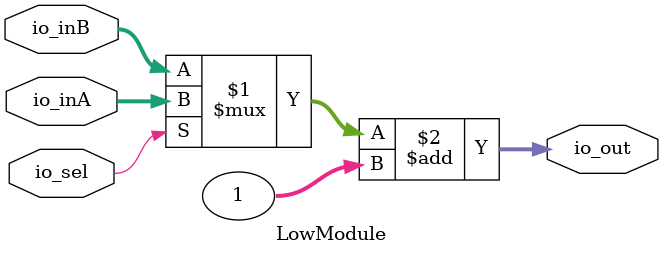
<source format=sv>
module TopModule (
    input         clock,
    reset,
    input  [31:0] io_inA,
    io_inB,
    io_inC,
    io_inD,
    io_inE,
    io_inF,
    input         io_sel1,
    io_sel2,
    io_sel3,
    output [31:0] io_out,
    output        _mux_cond_topInst__midMod__local__io_sel2,
    _mux_cond_topInst__midMod__lowMod1__local__io_sel,
    _mux_cond_topInst__midMod__local__io_sel1,
    _mux_cond_topInst__local__io_sel1,
    _mux_cond_topInst__local__io_sel2,
    _mux_cond_topInst__local__io_sel3,
    _mux_cond_topInst__midMod__lowMod2__local__io_sel
);

  wire [31:0] _midMod_io_out;
  wire [31:0] topMux1 = io_sel1 ? io_inA : io_inB;
  wire [31:0] topMux2 = io_sel1 ? io_inC : io_inD;
  MidModule midMod (
      .io_inA(topMux1),
      .io_inB(topMux2),
      .io_inC(io_inE),
      .io_inD(io_inF),
      .io_sel1(io_sel2),
      .io_sel2(io_sel3),
      .io_out(_midMod_io_out),
      ._mux_cond_topInst__midMod__local__io_sel2(_mux_cond_topInst__local__io_sel2),
      ._mux_cond_topInst__midMod__lowMod1__local__io_sel(_mux_cond_topInst__local__io_sel3),
      ._mux_cond_topInst__midMod__local__io_sel1(_mux_cond_topInst__midMod__lowMod2__local__io_sel)
  );
  assign io_out = io_sel3 ? _midMod_io_out : io_sel2 ? topMux1 : topMux2;
  assign _mux_cond_topInst__midMod__local__io_sel2 = io_sel1;
  assign _mux_cond_topInst__midMod__lowMod1__local__io_sel = io_sel1;
  assign _mux_cond_topInst__midMod__local__io_sel1 = io_sel2;
  assign _mux_cond_topInst__local__io_sel1 = io_sel3;
endmodule

module MidModule (
    input  [31:0] io_inA,
    io_inB,
    io_inC,
    io_inD,
    input         io_sel1,
    io_sel2,
    output [31:0] io_out,
    output        _mux_cond_topInst__midMod__local__io_sel2,
    _mux_cond_topInst__midMod__lowMod1__local__io_sel,
    _mux_cond_topInst__midMod__local__io_sel1
);

  wire [31:0] _lowMod2_io_out;
  wire [31:0] _lowMod1_io_out;
  LowModule lowMod1 (
      .io_inA(io_sel1 ? io_inA : io_inB),
      .io_inB(io_sel1 ? io_inC : io_inD),
      .io_sel(io_sel2),
      .io_out(_lowMod1_io_out)
  );
  LowModule lowMod2 (
      .io_inA(io_inA),
      .io_inB(io_inB),
      .io_sel(io_sel1),
      .io_out(_lowMod2_io_out)
  );
  assign io_out = io_sel2 ? _lowMod1_io_out : _lowMod2_io_out;
  assign _mux_cond_topInst__midMod__local__io_sel2 = io_sel1;
  assign _mux_cond_topInst__midMod__lowMod1__local__io_sel = io_sel1;
  assign _mux_cond_topInst__midMod__local__io_sel1 = io_sel2;
endmodule

module LowModule (
    input  [31:0] io_inA,
    io_inB,
    input         io_sel,
    output [31:0] io_out
);

  assign io_out = (io_sel ? io_inA : io_inB) + 32'h1;
endmodule


</source>
